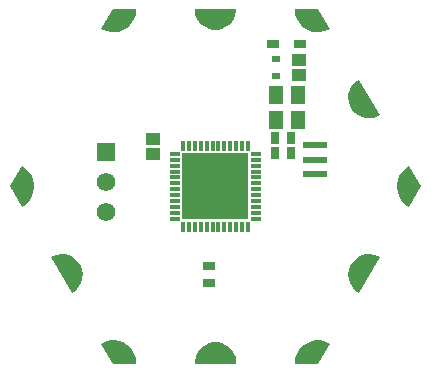
<source format=gbr>
G04*
G04 #@! TF.GenerationSoftware,Altium Limited,Altium Designer,25.8.1 (18)*
G04*
G04 Layer_Color=16711935*
%FSLAX44Y44*%
%MOMM*%
G71*
G04*
G04 #@! TF.SameCoordinates,1A4DDBEB-C1CA-4CE2-9A89-746601BF3F7A*
G04*
G04*
G04 #@! TF.FilePolarity,Negative*
G04*
G01*
G75*
%ADD24R,1.1532X1.0032*%
%ADD25R,0.7400X0.9900*%
G04:AMPARAMS|DCode=26|XSize=1.2032mm|YSize=1.2032mm|CornerRadius=0.6016mm|HoleSize=0mm|Usage=FLASHONLY|Rotation=300.000|XOffset=0mm|YOffset=0mm|HoleType=Round|Shape=RoundedRectangle|*
%AMROUNDEDRECTD26*
21,1,1.2032,0.0000,0,0,300.0*
21,1,0.0000,1.2032,0,0,300.0*
1,1,1.2032,0.0000,0.0000*
1,1,1.2032,0.0000,0.0000*
1,1,1.2032,0.0000,0.0000*
1,1,1.2032,0.0000,0.0000*
%
%ADD26ROUNDEDRECTD26*%
G04:AMPARAMS|DCode=27|XSize=1.2032mm|YSize=1.2032mm|CornerRadius=0.6016mm|HoleSize=0mm|Usage=FLASHONLY|Rotation=0.000|XOffset=0mm|YOffset=0mm|HoleType=Round|Shape=RoundedRectangle|*
%AMROUNDEDRECTD27*
21,1,1.2032,0.0000,0,0,0.0*
21,1,0.0000,1.2032,0,0,0.0*
1,1,1.2032,0.0000,0.0000*
1,1,1.2032,0.0000,0.0000*
1,1,1.2032,0.0000,0.0000*
1,1,1.2032,0.0000,0.0000*
%
%ADD27ROUNDEDRECTD27*%
G04:AMPARAMS|DCode=28|XSize=1.2032mm|YSize=1.2032mm|CornerRadius=0.6016mm|HoleSize=0mm|Usage=FLASHONLY|Rotation=240.000|XOffset=0mm|YOffset=0mm|HoleType=Round|Shape=RoundedRectangle|*
%AMROUNDEDRECTD28*
21,1,1.2032,0.0000,0,0,240.0*
21,1,0.0000,1.2032,0,0,240.0*
1,1,1.2032,0.0000,0.0000*
1,1,1.2032,0.0000,0.0000*
1,1,1.2032,0.0000,0.0000*
1,1,1.2032,0.0000,0.0000*
%
%ADD28ROUNDEDRECTD28*%
%ADD29C,1.5700*%
%ADD30R,1.5700X1.5700*%
%ADD33R,5.7000X5.7000*%
%ADD37R,0.3000X0.8500*%
%ADD38R,0.8500X0.3000*%
%ADD40R,0.8000X0.6000*%
%ADD41R,0.9900X0.7400*%
%ADD42R,2.1032X0.6033*%
%ADD43R,1.1032X0.7032*%
%ADD44R,1.2954X1.6002*%
G36*
X17494Y148804D02*
X16899Y145349D01*
X15629Y142080D01*
X13735Y139129D01*
X11293Y136612D01*
X8399Y134631D01*
X5170Y133264D01*
X1734Y132565D01*
X-1773Y132563D01*
X-5210Y133257D01*
X-8441Y134620D01*
X-11337Y136597D01*
X-13783Y139110D01*
X-15680Y142059D01*
X-16954Y145326D01*
X-17554Y148781D01*
X-17505Y150534D01*
X17443Y150557D01*
X17494Y148804D01*
D02*
G37*
G36*
X-67041Y150492D02*
X-66999Y148743D01*
X-67536Y145286D01*
X-68680Y141980D01*
X-70394Y138930D01*
X-72623Y136233D01*
X-75296Y133976D01*
X-78328Y132230D01*
X-81622Y131052D01*
X-85073Y130478D01*
X-88571Y130526D01*
X-92005Y131197D01*
X-95265Y132467D01*
X-96756Y133382D01*
X-96756Y133382D01*
X-86865Y150513D01*
X-67041Y150492D01*
D02*
G37*
G36*
X96781Y133322D02*
X95288Y132410D01*
X92025Y131147D01*
X88590Y130485D01*
X85092Y130444D01*
X81642Y131026D01*
X78351Y132212D01*
X75323Y133965D01*
X72655Y136229D01*
X70432Y138930D01*
X68726Y141984D01*
X67589Y145293D01*
X67059Y148751D01*
X67106Y150500D01*
X86888D01*
X96781Y133322D01*
D02*
G37*
G36*
X139080Y60123D02*
X137587Y59202D01*
X134297Y57990D01*
X130831Y57456D01*
X127328Y57620D01*
X123928Y58477D01*
X120765Y59992D01*
X117967Y62105D01*
X115644Y64731D01*
X113888Y67767D01*
X112771Y71091D01*
X112336Y74570D01*
X112600Y78067D01*
X113554Y81442D01*
X115159Y84559D01*
X117351Y87296D01*
X120043Y89544D01*
X121586Y90378D01*
X139080Y60123D01*
D02*
G37*
G36*
X-162284Y16333D02*
X-159559Y14139D01*
X-157268Y11495D01*
X-155483Y8486D01*
X-154263Y5207D01*
X-153644Y1763D01*
X-153648Y-1735D01*
X-154275Y-5177D01*
X-155503Y-8453D01*
X-157294Y-11458D01*
X-159592Y-14097D01*
X-162322Y-16285D01*
X-163860Y-17118D01*
Y-17118D01*
X-173750Y13D01*
X-163820Y17170D01*
X-162284Y16333D01*
D02*
G37*
G36*
X163860Y17118D02*
X173750Y-13D01*
X163820Y-17170D01*
X162284Y-16333D01*
X159559Y-14139D01*
X157268Y-11495D01*
X155483Y-8486D01*
X154263Y-5207D01*
X153644Y-1763D01*
X153648Y1735D01*
X154275Y5177D01*
X155503Y8453D01*
X157294Y11458D01*
X159592Y14097D01*
X162322Y16285D01*
X163860Y17118D01*
X163860Y17118D01*
D02*
G37*
G36*
X134305Y-58031D02*
X137597Y-59239D01*
X139091Y-60158D01*
Y-60158D01*
Y-60158D01*
D01*
X121637Y-90435D01*
X120093Y-89603D01*
X117398Y-87360D01*
X115202Y-84626D01*
X113593Y-81510D01*
X112635Y-78137D01*
X112366Y-74640D01*
X112796Y-71160D01*
X113910Y-67835D01*
X115661Y-64797D01*
X117981Y-62167D01*
X120777Y-60051D01*
X123937Y-58531D01*
X127336Y-57670D01*
X130839Y-57501D01*
X134305Y-58031D01*
D02*
G37*
G36*
X-127329Y-57620D02*
X-123928Y-58477D01*
X-120766Y-59992D01*
X-117967Y-62105D01*
X-115644Y-64731D01*
X-113888Y-67767D01*
X-112771Y-71091D01*
X-112336Y-74571D01*
X-112600Y-78067D01*
X-113554Y-81442D01*
X-115159Y-84560D01*
X-117351Y-87297D01*
X-120043Y-89544D01*
X-121586Y-90378D01*
X-121586Y-90378D01*
X-139080Y-60123D01*
X-137587Y-59202D01*
X-134297Y-57990D01*
X-130831Y-57456D01*
X-127329Y-57620D01*
D02*
G37*
G36*
X5210Y-132777D02*
X8441Y-134140D01*
X11337Y-136117D01*
X13782Y-138631D01*
X15680Y-141579D01*
X16954Y-144846D01*
X17554Y-148301D01*
X17505Y-150054D01*
X17505D01*
X17505Y-150054D01*
Y-150054D01*
X-17443Y-150077D01*
X-17494Y-148324D01*
X-16899Y-144869D01*
X-15629Y-141600D01*
X-13735Y-138649D01*
X-11293Y-136132D01*
X-8399Y-134151D01*
X-5170Y-132784D01*
X-1734Y-132085D01*
X1773Y-132083D01*
X5210Y-132777D01*
D02*
G37*
G36*
X-81642Y-131026D02*
X-78351Y-132213D01*
X-75323Y-133965D01*
X-72655Y-136229D01*
X-70432Y-138930D01*
X-68726Y-141984D01*
X-67589Y-145293D01*
X-67059Y-148751D01*
X-67106Y-150500D01*
Y-150500D01*
X-86888D01*
X-96781Y-133322D01*
X-95288Y-132410D01*
X-92025Y-131147D01*
X-88590Y-130485D01*
X-85092Y-130444D01*
X-81642Y-131026D01*
D02*
G37*
G36*
X88571Y-130526D02*
X92005Y-131197D01*
X95265Y-132467D01*
X96756Y-133382D01*
X86865Y-150513D01*
X67041Y-150492D01*
X66999Y-148743D01*
X67536Y-145286D01*
X68680Y-141980D01*
X70394Y-138930D01*
X72623Y-136233D01*
X75296Y-133976D01*
X78328Y-132230D01*
X81622Y-131052D01*
X85073Y-130478D01*
X88571Y-130526D01*
D02*
G37*
D24*
X-52578Y40032D02*
D03*
X70358Y106834D02*
D03*
Y94334D02*
D03*
X-52578Y27532D02*
D03*
D25*
X50251Y40598D02*
D03*
X64251D02*
D03*
X50251Y27898D02*
D03*
X64251D02*
D03*
D26*
X-165199Y-0D02*
D03*
X165199D02*
D03*
X123901Y-71601D02*
D03*
D27*
X-82601Y-143101D02*
D03*
X82601Y143101D02*
D03*
X123901Y71501D02*
D03*
X-123901Y-71501D02*
D03*
D28*
X-82601Y143101D02*
D03*
X82601Y-143101D02*
D03*
X-0Y143101D02*
D03*
Y-142621D02*
D03*
D29*
X-93003Y3702D02*
D03*
Y-21698D02*
D03*
D30*
Y29102D02*
D03*
D33*
X-0Y-0D02*
D03*
D37*
X-2500Y-34500D02*
D03*
X27500Y34500D02*
D03*
X-7500D02*
D03*
X-2500D02*
D03*
X17500D02*
D03*
X12500D02*
D03*
X7500D02*
D03*
X2500D02*
D03*
X-12500D02*
D03*
X-17500D02*
D03*
X-22500D02*
D03*
X-27500D02*
D03*
Y-34500D02*
D03*
X-22500D02*
D03*
X-17500D02*
D03*
X-12500D02*
D03*
X-7500D02*
D03*
X2500D02*
D03*
X7500D02*
D03*
X12500D02*
D03*
X17500D02*
D03*
X22500D02*
D03*
X27500D02*
D03*
X22500Y34500D02*
D03*
D38*
X-34500Y27500D02*
D03*
Y22500D02*
D03*
Y17500D02*
D03*
Y12500D02*
D03*
Y7500D02*
D03*
Y2500D02*
D03*
Y-2500D02*
D03*
Y-7500D02*
D03*
Y-12500D02*
D03*
Y-17500D02*
D03*
Y-22500D02*
D03*
Y-27500D02*
D03*
X34500Y-22500D02*
D03*
Y-17500D02*
D03*
Y-12500D02*
D03*
Y-7500D02*
D03*
Y17500D02*
D03*
Y22500D02*
D03*
Y27500D02*
D03*
Y-27500D02*
D03*
Y2500D02*
D03*
Y7500D02*
D03*
Y12500D02*
D03*
Y-2500D02*
D03*
D40*
X51308Y93584D02*
D03*
Y107584D02*
D03*
D41*
X-5334Y-81564D02*
D03*
Y-67564D02*
D03*
D42*
X83953Y22617D02*
D03*
Y34616D02*
D03*
Y10618D02*
D03*
D43*
X71698Y120904D02*
D03*
X48698D02*
D03*
D44*
X69469Y77724D02*
D03*
Y56134D02*
D03*
X50927Y77724D02*
D03*
Y56134D02*
D03*
M02*

</source>
